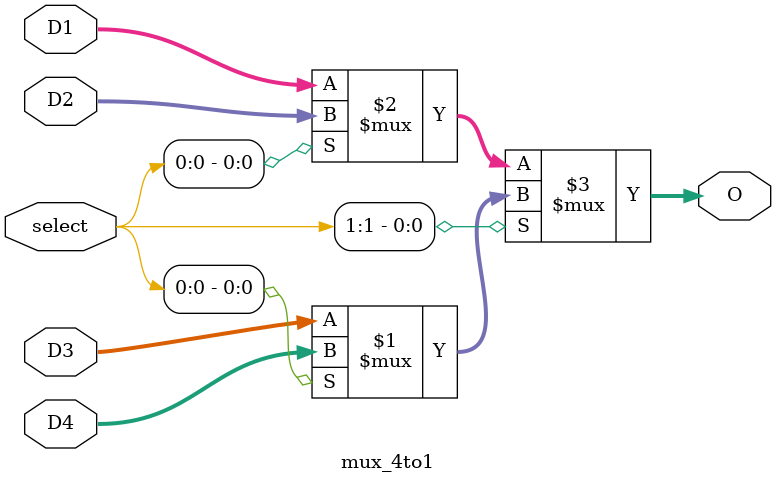
<source format=v>
module mux_4to1 #(parameter W=8)(D1,D2,D3,D4,select,O);
input [(W-1):0] D1;
input [(W-1):0] D2;  
input [(W-1):0] D3;
input [(W-1):0] D4;
input [1:0] select;
output [(W-1):0] O;
 
   // 00 -> d1, 01 -> d2, 10 -> d3, 11 -> d4
   assign O = select[1] ? (select[0] ? D4 : D3) : (select[0] ? D2 : D1); 
 
endmodule

</source>
